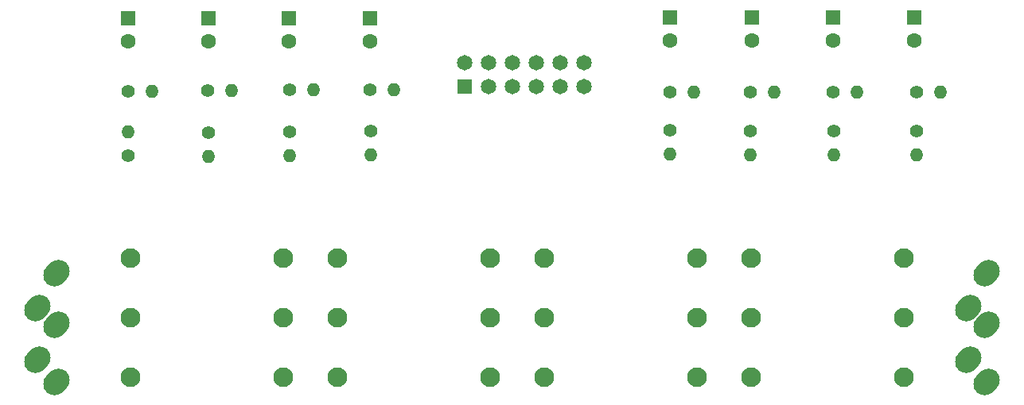
<source format=gbr>
%TF.GenerationSoftware,KiCad,Pcbnew,9.0.0*%
%TF.CreationDate,2025-03-26T11:57:41+11:00*%
%TF.ProjectId,Wing Board 4 TRS Mk IV,57696e67-2042-46f6-9172-642034205452,rev?*%
%TF.SameCoordinates,Original*%
%TF.FileFunction,Soldermask,Top*%
%TF.FilePolarity,Negative*%
%FSLAX46Y46*%
G04 Gerber Fmt 4.6, Leading zero omitted, Abs format (unit mm)*
G04 Created by KiCad (PCBNEW 9.0.0) date 2025-03-26 11:57:41*
%MOMM*%
%LPD*%
G01*
G04 APERTURE LIST*
G04 Aperture macros list*
%AMHorizOval*
0 Thick line with rounded ends*
0 $1 width*
0 $2 $3 position (X,Y) of the first rounded end (center of the circle)*
0 $4 $5 position (X,Y) of the second rounded end (center of the circle)*
0 Add line between two ends*
20,1,$1,$2,$3,$4,$5,0*
0 Add two circle primitives to create the rounded ends*
1,1,$1,$2,$3*
1,1,$1,$4,$5*%
G04 Aperture macros list end*
%ADD10R,1.600000X1.600000*%
%ADD11C,1.600000*%
%ADD12C,2.100000*%
%ADD13C,1.400000*%
%ADD14O,1.400000X1.400000*%
%ADD15HorizOval,2.400000X-0.212132X-0.212132X0.212132X0.212132X0*%
%ADD16R,1.650000X1.650000*%
%ADD17C,1.650000*%
G04 APERTURE END LIST*
D10*
%TO.C,C6*%
X78875467Y-3098800D03*
D11*
X78875467Y-5598800D03*
%TD*%
D12*
%TO.C,J5*%
X73037200Y-41452800D03*
X56807200Y-41452800D03*
X73037200Y-35102800D03*
X56807200Y-35102800D03*
X73037200Y-28752800D03*
X56807200Y-28752800D03*
%TD*%
D13*
%TO.C,R6*%
X78765400Y-11099800D03*
D14*
X81305400Y-11099800D03*
%TD*%
D13*
%TO.C,R12*%
X38328600Y-15240000D03*
D14*
X38328600Y-17780000D03*
%TD*%
D13*
%TO.C,R4*%
X38303200Y-10820400D03*
D14*
X40843200Y-10820400D03*
%TD*%
D10*
%TO.C,C5*%
X70205600Y-3098800D03*
D11*
X70205600Y-5598800D03*
%TD*%
D15*
%TO.C,J2*%
X2899800Y-34100000D03*
X4899800Y-35900000D03*
X4899800Y-42000000D03*
X2899800Y-39600000D03*
X4899800Y-30400000D03*
%TD*%
D13*
%TO.C,R7*%
X87579200Y-11099800D03*
D14*
X90119200Y-11099800D03*
%TD*%
D10*
%TO.C,C7*%
X87545333Y-3098800D03*
D11*
X87545333Y-5598800D03*
%TD*%
D12*
%TO.C,J6*%
X95037200Y-41452800D03*
X78807200Y-41452800D03*
X95037200Y-35102800D03*
X78807200Y-35102800D03*
X95037200Y-28752800D03*
X78807200Y-28752800D03*
%TD*%
D13*
%TO.C,R16*%
X96443800Y-15214600D03*
D14*
X96443800Y-17754600D03*
%TD*%
D13*
%TO.C,R11*%
X29692600Y-15290800D03*
D14*
X29692600Y-17830800D03*
%TD*%
D13*
%TO.C,R5*%
X70205600Y-11099800D03*
D14*
X72745600Y-11099800D03*
%TD*%
D10*
%TO.C,C4*%
X38252400Y-3175000D03*
D11*
X38252400Y-5675000D03*
%TD*%
D10*
%TO.C,C3*%
X29667200Y-3175000D03*
D11*
X29667200Y-5675000D03*
%TD*%
D13*
%TO.C,R9*%
X12496800Y-17881600D03*
D14*
X12496800Y-15341600D03*
%TD*%
D13*
%TO.C,R1*%
X12547600Y-11023600D03*
D14*
X15087600Y-11023600D03*
%TD*%
D12*
%TO.C,J4*%
X51037200Y-41452800D03*
X34807200Y-41452800D03*
X51037200Y-35102800D03*
X34807200Y-35102800D03*
X51037200Y-28752800D03*
X34807200Y-28752800D03*
%TD*%
D16*
%TO.C,J1*%
X48310800Y-10464800D03*
D17*
X48310800Y-7924800D03*
X50850800Y-10464800D03*
X50850800Y-7924800D03*
X53390800Y-10464800D03*
X53390800Y-7924800D03*
X55930800Y-10464800D03*
X55930800Y-7924800D03*
X58470800Y-10464800D03*
X58470800Y-7924800D03*
X61010800Y-10464800D03*
X61010800Y-7924800D03*
%TD*%
D13*
%TO.C,R13*%
X70154800Y-15163800D03*
D14*
X70154800Y-17703800D03*
%TD*%
D10*
%TO.C,C8*%
X96215200Y-3098800D03*
D11*
X96215200Y-5598800D03*
%TD*%
D13*
%TO.C,R14*%
X78765400Y-15214600D03*
D14*
X78765400Y-17754600D03*
%TD*%
D15*
%TO.C,J7*%
X101899800Y-34100000D03*
X103899800Y-35900000D03*
X103899800Y-42000000D03*
X101899800Y-39600000D03*
X103899800Y-30400000D03*
%TD*%
D12*
%TO.C,J3*%
X29037200Y-41452800D03*
X12807200Y-41452800D03*
X29037200Y-35102800D03*
X12807200Y-35102800D03*
X29037200Y-28752800D03*
X12807200Y-28752800D03*
%TD*%
D13*
%TO.C,R8*%
X96393000Y-11074400D03*
D14*
X98933000Y-11074400D03*
%TD*%
D13*
%TO.C,R10*%
X21056600Y-15392400D03*
D14*
X21056600Y-17932400D03*
%TD*%
D13*
%TO.C,R3*%
X29743400Y-10820400D03*
D14*
X32283400Y-10820400D03*
%TD*%
D10*
%TO.C,C2*%
X21082000Y-3175000D03*
D11*
X21082000Y-5675000D03*
%TD*%
D10*
%TO.C,C1*%
X12496800Y-3175000D03*
D11*
X12496800Y-5675000D03*
%TD*%
D13*
%TO.C,R15*%
X87630000Y-15189200D03*
D14*
X87630000Y-17729200D03*
%TD*%
D13*
%TO.C,R2*%
X21031200Y-10922000D03*
D14*
X23571200Y-10922000D03*
%TD*%
M02*

</source>
